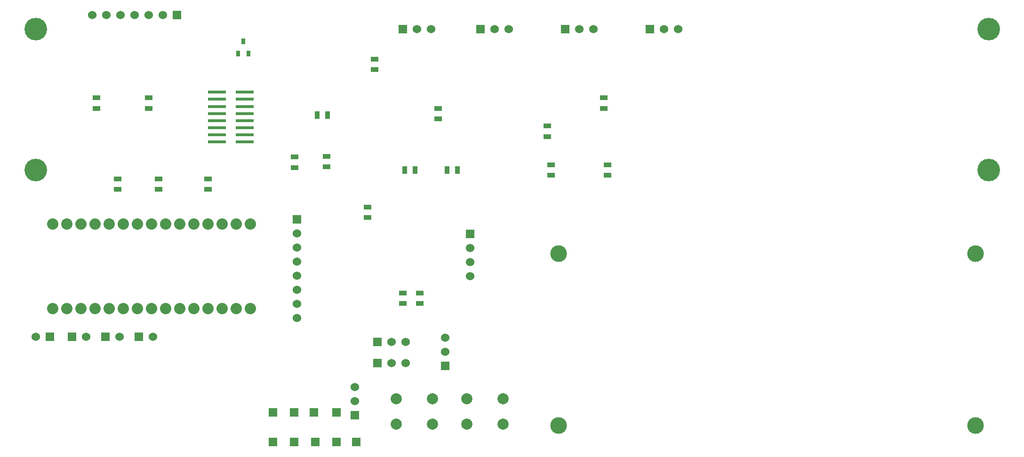
<source format=gbs>
G04 (created by PCBNEW (2013-07-07 BZR 4022)-stable) date 2020-03-17 3:52:32 PM*
%MOIN*%
G04 Gerber Fmt 3.4, Leading zero omitted, Abs format*
%FSLAX34Y34*%
G01*
G70*
G90*
G04 APERTURE LIST*
%ADD10C,0.00590551*%
%ADD11C,0.0787402*%
%ADD12C,0.16*%
%ADD13R,0.0315X0.0394*%
%ADD14R,0.055X0.035*%
%ADD15R,0.035X0.055*%
%ADD16R,0.06X0.06*%
%ADD17C,0.06*%
%ADD18R,0.126772X0.019685*%
%ADD19C,0.08*%
%ADD20C,0.11811*%
G04 APERTURE END LIST*
G54D10*
G54D11*
X91551Y-51251D03*
X94110Y-51251D03*
X91551Y-53023D03*
X94110Y-53023D03*
X86551Y-51251D03*
X89110Y-51251D03*
X86551Y-53023D03*
X89110Y-53023D03*
G54D12*
X61000Y-25000D03*
X61000Y-35000D03*
X128500Y-25000D03*
X128500Y-35000D03*
G54D13*
X75700Y-25867D03*
X75325Y-26733D03*
X76075Y-26733D03*
G54D14*
X101250Y-30625D03*
X101250Y-29875D03*
X81600Y-34025D03*
X81600Y-34775D03*
X69000Y-30625D03*
X69000Y-29875D03*
X88200Y-44475D03*
X88200Y-43725D03*
X65300Y-30625D03*
X65300Y-29875D03*
X87000Y-44475D03*
X87000Y-43725D03*
X84500Y-38375D03*
X84500Y-37625D03*
X79350Y-34075D03*
X79350Y-34825D03*
G54D15*
X80925Y-31100D03*
X81675Y-31100D03*
G54D14*
X101500Y-34625D03*
X101500Y-35375D03*
X69700Y-36375D03*
X69700Y-35625D03*
X66800Y-36375D03*
X66800Y-35625D03*
X85000Y-27125D03*
X85000Y-27875D03*
X97500Y-34625D03*
X97500Y-35375D03*
X89500Y-31375D03*
X89500Y-30625D03*
X73200Y-35625D03*
X73200Y-36375D03*
G54D15*
X90125Y-35000D03*
X90875Y-35000D03*
X87125Y-35000D03*
X87875Y-35000D03*
G54D16*
X85200Y-48700D03*
G54D17*
X86200Y-48700D03*
X87200Y-48700D03*
G54D16*
X85200Y-47200D03*
G54D17*
X86200Y-47200D03*
X87200Y-47200D03*
G54D16*
X90000Y-48900D03*
G54D17*
X90000Y-47900D03*
X90000Y-46900D03*
G54D16*
X62000Y-46850D03*
G54D17*
X61000Y-46850D03*
G54D18*
X75794Y-33006D03*
X73845Y-33006D03*
X73845Y-29986D03*
X75794Y-29986D03*
X75794Y-29474D03*
X73845Y-29474D03*
X73845Y-30498D03*
X75794Y-30498D03*
X73845Y-31994D03*
X73845Y-32494D03*
X75794Y-32494D03*
X75794Y-31994D03*
X75794Y-31010D03*
X75794Y-31510D03*
X73845Y-31510D03*
X73845Y-31010D03*
G54D19*
X62200Y-38850D03*
X73200Y-38850D03*
X72200Y-38850D03*
X70200Y-38850D03*
X71200Y-38850D03*
X75200Y-38850D03*
X74200Y-38850D03*
X76200Y-38850D03*
X69200Y-38850D03*
X68200Y-38850D03*
X66200Y-38850D03*
X67200Y-38850D03*
X63200Y-38850D03*
X64200Y-38850D03*
X65200Y-38850D03*
X73200Y-44850D03*
X74200Y-44850D03*
X76200Y-44850D03*
X75200Y-44850D03*
X72200Y-44850D03*
X65200Y-44850D03*
X71200Y-44850D03*
X70200Y-44850D03*
X62200Y-44850D03*
X64200Y-44850D03*
X63200Y-44850D03*
X68200Y-44850D03*
X69200Y-44850D03*
X67200Y-44850D03*
X66200Y-44850D03*
G54D16*
X79500Y-38500D03*
G54D17*
X79500Y-39500D03*
X79500Y-40500D03*
X79500Y-41500D03*
X79500Y-42500D03*
X79500Y-43500D03*
X79500Y-44500D03*
X79500Y-45500D03*
G54D16*
X91780Y-39530D03*
G54D17*
X91780Y-40530D03*
X91780Y-41530D03*
X91780Y-42530D03*
G54D16*
X87000Y-25000D03*
G54D17*
X88000Y-25000D03*
X89000Y-25000D03*
G54D16*
X92500Y-25000D03*
G54D17*
X93500Y-25000D03*
X94500Y-25000D03*
G54D16*
X98500Y-25000D03*
G54D17*
X99500Y-25000D03*
X100500Y-25000D03*
G54D16*
X104500Y-25000D03*
G54D17*
X105500Y-25000D03*
X106500Y-25000D03*
G54D16*
X83600Y-52400D03*
G54D17*
X83600Y-51400D03*
X83600Y-50400D03*
G54D16*
X79300Y-54300D03*
X80800Y-54300D03*
X77800Y-52200D03*
X80700Y-52200D03*
X82300Y-52200D03*
X77800Y-54300D03*
X82300Y-54300D03*
X79300Y-52200D03*
X83700Y-54300D03*
X71000Y-24000D03*
G54D17*
X70000Y-24000D03*
X69000Y-24000D03*
X68000Y-24000D03*
X67000Y-24000D03*
X66000Y-24000D03*
X65000Y-24000D03*
G54D20*
X98031Y-40944D03*
X127559Y-40944D03*
X98031Y-53149D03*
X127559Y-53149D03*
G54D16*
X68297Y-46844D03*
G54D17*
X69297Y-46844D03*
G54D16*
X65935Y-46844D03*
G54D17*
X66935Y-46844D03*
G54D16*
X63573Y-46844D03*
G54D17*
X64573Y-46844D03*
G54D14*
X97250Y-32625D03*
X97250Y-31875D03*
M02*

</source>
